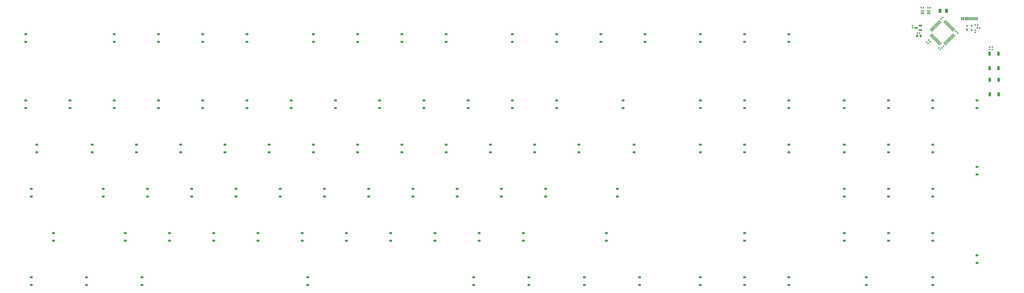
<source format=gbr>
%TF.GenerationSoftware,KiCad,Pcbnew,9.0.2*%
%TF.CreationDate,2025-06-28T16:46:27+02:00*%
%TF.ProjectId,modern-keyboard-template,6d6f6465-726e-42d6-9b65-79626f617264,rev?*%
%TF.SameCoordinates,Original*%
%TF.FileFunction,Paste,Bot*%
%TF.FilePolarity,Positive*%
%FSLAX46Y46*%
G04 Gerber Fmt 4.6, Leading zero omitted, Abs format (unit mm)*
G04 Created by KiCad (PCBNEW 9.0.2) date 2025-06-28 16:46:27*
%MOMM*%
%LPD*%
G01*
G04 APERTURE LIST*
G04 Aperture macros list*
%AMRoundRect*
0 Rectangle with rounded corners*
0 $1 Rounding radius*
0 $2 $3 $4 $5 $6 $7 $8 $9 X,Y pos of 4 corners*
0 Add a 4 corners polygon primitive as box body*
4,1,4,$2,$3,$4,$5,$6,$7,$8,$9,$2,$3,0*
0 Add four circle primitives for the rounded corners*
1,1,$1+$1,$2,$3*
1,1,$1+$1,$4,$5*
1,1,$1+$1,$6,$7*
1,1,$1+$1,$8,$9*
0 Add four rect primitives between the rounded corners*
20,1,$1+$1,$2,$3,$4,$5,0*
20,1,$1+$1,$4,$5,$6,$7,0*
20,1,$1+$1,$6,$7,$8,$9,0*
20,1,$1+$1,$8,$9,$2,$3,0*%
G04 Aperture macros list end*
%ADD10RoundRect,0.140000X-0.219203X-0.021213X-0.021213X-0.219203X0.219203X0.021213X0.021213X0.219203X0*%
%ADD11RoundRect,0.140000X-0.021213X0.219203X-0.219203X0.021213X0.021213X-0.219203X0.219203X-0.021213X0*%
%ADD12RoundRect,0.075000X-0.415425X-0.521491X0.521491X0.415425X0.415425X0.521491X-0.521491X-0.415425X0*%
%ADD13RoundRect,0.075000X0.415425X-0.521491X0.521491X-0.415425X-0.415425X0.521491X-0.521491X0.415425X0*%
%ADD14RoundRect,0.140000X-0.170000X0.140000X-0.170000X-0.140000X0.170000X-0.140000X0.170000X0.140000X0*%
%ADD15RoundRect,0.150000X0.587500X0.150000X-0.587500X0.150000X-0.587500X-0.150000X0.587500X-0.150000X0*%
%ADD16RoundRect,0.140000X0.219203X0.021213X0.021213X0.219203X-0.219203X-0.021213X-0.021213X-0.219203X0*%
%ADD17R,1.000000X1.700000*%
%ADD18RoundRect,0.140000X0.170000X-0.140000X0.170000X0.140000X-0.170000X0.140000X-0.170000X-0.140000X0*%
%ADD19RoundRect,0.135000X-0.185000X0.135000X-0.185000X-0.135000X0.185000X-0.135000X0.185000X0.135000X0*%
%ADD20R,0.600000X1.450000*%
%ADD21R,0.300000X1.450000*%
%ADD22RoundRect,0.140000X-0.140000X-0.170000X0.140000X-0.170000X0.140000X0.170000X-0.140000X0.170000X0*%
%ADD23RoundRect,0.250000X0.375000X0.625000X-0.375000X0.625000X-0.375000X-0.625000X0.375000X-0.625000X0*%
%ADD24RoundRect,0.140000X0.140000X0.170000X-0.140000X0.170000X-0.140000X-0.170000X0.140000X-0.170000X0*%
%ADD25RoundRect,0.135000X-0.135000X-0.185000X0.135000X-0.185000X0.135000X0.185000X-0.135000X0.185000X0*%
%ADD26RoundRect,0.140000X0.021213X-0.219203X0.219203X-0.021213X-0.021213X0.219203X-0.219203X0.021213X0*%
%ADD27RoundRect,0.175000X-0.175000X-0.325000X0.175000X-0.325000X0.175000X0.325000X-0.175000X0.325000X0*%
%ADD28RoundRect,0.150000X-0.200000X-0.150000X0.200000X-0.150000X0.200000X0.150000X-0.200000X0.150000X0*%
%ADD29RoundRect,0.100000X0.650000X0.100000X-0.650000X0.100000X-0.650000X-0.100000X0.650000X-0.100000X0*%
%ADD30RoundRect,0.135000X0.135000X0.185000X-0.135000X0.185000X-0.135000X-0.185000X0.135000X-0.185000X0*%
%ADD31RoundRect,0.225000X0.225000X0.250000X-0.225000X0.250000X-0.225000X-0.250000X0.225000X-0.250000X0*%
%ADD32RoundRect,0.135000X0.185000X-0.135000X0.185000X0.135000X-0.185000X0.135000X-0.185000X-0.135000X0*%
%ADD33RoundRect,0.225000X0.375000X-0.225000X0.375000X0.225000X-0.375000X0.225000X-0.375000X-0.225000X0*%
G04 APERTURE END LIST*
D10*
%TO.C,C6*%
X436343152Y-45408370D03*
X437021974Y-46087192D03*
%TD*%
D11*
%TO.C,C5*%
X438436188Y-44701264D03*
X437757366Y-45380086D03*
%TD*%
D12*
%TO.C,U1*%
X436921212Y-43741366D03*
X436567658Y-43387812D03*
X436214105Y-43034259D03*
X435860551Y-42680705D03*
X435506998Y-42327152D03*
X435153445Y-41973599D03*
X434799891Y-41620045D03*
X434446338Y-41266492D03*
X434092785Y-40912939D03*
X433739231Y-40559385D03*
X433385678Y-40205832D03*
X433032124Y-39852278D03*
D13*
X433032124Y-37854702D03*
X433385678Y-37501148D03*
X433739231Y-37147595D03*
X434092785Y-36794041D03*
X434446338Y-36440488D03*
X434799891Y-36086935D03*
X435153445Y-35733381D03*
X435506998Y-35379828D03*
X435860551Y-35026275D03*
X436214105Y-34672721D03*
X436567658Y-34319168D03*
X436921212Y-33965614D03*
D12*
X438918788Y-33965614D03*
X439272342Y-34319168D03*
X439625895Y-34672721D03*
X439979449Y-35026275D03*
X440333002Y-35379828D03*
X440686555Y-35733381D03*
X441040109Y-36086935D03*
X441393662Y-36440488D03*
X441747215Y-36794041D03*
X442100769Y-37147595D03*
X442454322Y-37501148D03*
X442807876Y-37854702D03*
D13*
X442807876Y-39852278D03*
X442454322Y-40205832D03*
X442100769Y-40559385D03*
X441747215Y-40912939D03*
X441393662Y-41266492D03*
X441040109Y-41620045D03*
X440686555Y-41973599D03*
X440333002Y-42327152D03*
X439979449Y-42680705D03*
X439625895Y-43034259D03*
X439272342Y-43387812D03*
X438918788Y-43741366D03*
%TD*%
D14*
%TO.C,C8*%
X452020000Y-37780000D03*
X452020000Y-38740000D03*
%TD*%
D15*
%TO.C,U3*%
X428408395Y-35805221D03*
X428408395Y-37705221D03*
X426533395Y-36755221D03*
%TD*%
D16*
%TO.C,C1*%
X431718673Y-43593336D03*
X431039851Y-42914514D03*
%TD*%
D17*
%TO.C,BOOT1*%
X461980000Y-54180000D03*
X461980000Y-47880000D03*
X458180000Y-54180000D03*
X458180000Y-47880000D03*
%TD*%
D18*
%TO.C,C9*%
X424975895Y-36752721D03*
X424975895Y-35792721D03*
%TD*%
D17*
%TO.C,RST1*%
X458260000Y-59140000D03*
X458260000Y-65440000D03*
X462060000Y-59140000D03*
X462060000Y-65440000D03*
%TD*%
D19*
%TO.C,R4*%
X459370000Y-45050000D03*
X459370000Y-46070000D03*
%TD*%
D20*
%TO.C,J1*%
X446260000Y-32855000D03*
X447060000Y-32855000D03*
D21*
X447760000Y-32855000D03*
X448760000Y-32855000D03*
X450260000Y-32855000D03*
X451260000Y-32855000D03*
D20*
X451960000Y-32855000D03*
X452760000Y-32855000D03*
X452760000Y-32855000D03*
X451960000Y-32855000D03*
D21*
X450760000Y-32855000D03*
X449760000Y-32855000D03*
X449260000Y-32855000D03*
X448260000Y-32855000D03*
D20*
X447060000Y-32855000D03*
X446260000Y-32855000D03*
%TD*%
D22*
%TO.C,C43*%
X431710000Y-28050000D03*
X432670000Y-28050000D03*
%TD*%
D23*
%TO.C,F1*%
X439700000Y-29390000D03*
X436900000Y-29390000D03*
%TD*%
D24*
%TO.C,C10*%
X428070000Y-39030000D03*
X427110000Y-39030000D03*
%TD*%
D25*
%TO.C,R2*%
X452000000Y-35567500D03*
X453020000Y-35567500D03*
%TD*%
D26*
%TO.C,C4*%
X437403812Y-33005717D03*
X438082634Y-32326895D03*
%TD*%
D27*
%TO.C,U2*%
X448510000Y-37567500D03*
D28*
X448510000Y-35867500D03*
X450510000Y-35867500D03*
X450510000Y-37767500D03*
%TD*%
D10*
%TO.C,C3*%
X443767773Y-38337303D03*
X444446595Y-39016125D03*
%TD*%
D29*
%TO.C,U5*%
X431998628Y-29440000D03*
X431998628Y-30090000D03*
X431998628Y-30740000D03*
X429338628Y-30740000D03*
X429338628Y-30090000D03*
X429338628Y-29440000D03*
%TD*%
D30*
%TO.C,R1*%
X453980000Y-36797500D03*
X452960000Y-36797500D03*
%TD*%
D10*
%TO.C,C7*%
X431923735Y-42030630D03*
X432602557Y-42709452D03*
%TD*%
D31*
%TO.C,C2*%
X428495895Y-40292721D03*
X426945895Y-40292721D03*
%TD*%
D22*
%TO.C,C44*%
X428718628Y-28060000D03*
X429678628Y-28060000D03*
%TD*%
D32*
%TO.C,R3*%
X458170000Y-46120000D03*
X458170000Y-45100000D03*
%TD*%
D33*
%TO.C,D37*%
X452755000Y-68055000D03*
X452755000Y-71355000D03*
%TD*%
%TO.C,D105*%
X433705000Y-147555000D03*
X433705000Y-144255000D03*
%TD*%
%TO.C,D104*%
X405130000Y-147555000D03*
X405130000Y-144255000D03*
%TD*%
%TO.C,D103*%
X371792500Y-147555000D03*
X371792500Y-144255000D03*
%TD*%
%TO.C,D101*%
X352742500Y-147555000D03*
X352742500Y-144255000D03*
%TD*%
%TO.C,D100*%
X333692500Y-147555000D03*
X333692500Y-144255000D03*
%TD*%
%TO.C,D99*%
X307498750Y-147555000D03*
X307498750Y-144255000D03*
%TD*%
%TO.C,D98*%
X283686250Y-147555000D03*
X283686250Y-144255000D03*
%TD*%
%TO.C,D97*%
X259873750Y-147555000D03*
X259873750Y-144255000D03*
%TD*%
%TO.C,D96*%
X236061250Y-147555000D03*
X236061250Y-144255000D03*
%TD*%
%TO.C,D95*%
X164623750Y-147555000D03*
X164623750Y-144255000D03*
%TD*%
%TO.C,D94*%
X93186250Y-147555000D03*
X93186250Y-144255000D03*
%TD*%
%TO.C,D93*%
X69373750Y-147555000D03*
X69373750Y-144255000D03*
%TD*%
%TO.C,D92*%
X45561250Y-147555000D03*
X45561250Y-144255000D03*
%TD*%
%TO.C,D91*%
X452755000Y-138030000D03*
X452755000Y-134730000D03*
%TD*%
%TO.C,D90*%
X433705000Y-128505000D03*
X433705000Y-125205000D03*
%TD*%
%TO.C,D89*%
X414655000Y-128505000D03*
X414655000Y-125205000D03*
%TD*%
%TO.C,D88*%
X395605000Y-128505000D03*
X395605000Y-125205000D03*
%TD*%
%TO.C,D87*%
X352742500Y-128505000D03*
X352742500Y-125205000D03*
%TD*%
%TO.C,D86*%
X293211250Y-128505000D03*
X293211250Y-125205000D03*
%TD*%
%TO.C,D85*%
X257492500Y-128505000D03*
X257492500Y-125205000D03*
%TD*%
%TO.C,D84*%
X238442500Y-128505000D03*
X238442500Y-125205000D03*
%TD*%
%TO.C,D83*%
X219392500Y-128505000D03*
X219392500Y-125205000D03*
%TD*%
%TO.C,D82*%
X200342500Y-128505000D03*
X200342500Y-125205000D03*
%TD*%
%TO.C,D81*%
X181292500Y-128505000D03*
X181292500Y-125205000D03*
%TD*%
%TO.C,D80*%
X162242500Y-128505000D03*
X162242500Y-125205000D03*
%TD*%
%TO.C,D79*%
X143192500Y-128505000D03*
X143192500Y-125205000D03*
%TD*%
%TO.C,D78*%
X124142500Y-128505000D03*
X124142500Y-125205000D03*
%TD*%
%TO.C,D77*%
X105092500Y-128505000D03*
X105092500Y-125205000D03*
%TD*%
%TO.C,D76*%
X86042500Y-128505000D03*
X86042500Y-125205000D03*
%TD*%
%TO.C,D75*%
X55086250Y-128505000D03*
X55086250Y-125205000D03*
%TD*%
%TO.C,D74*%
X433705000Y-109455000D03*
X433705000Y-106155000D03*
%TD*%
%TO.C,D73*%
X414655000Y-109455000D03*
X414655000Y-106155000D03*
%TD*%
%TO.C,D72*%
X395605000Y-109455000D03*
X395605000Y-106155000D03*
%TD*%
%TO.C,D71*%
X297973750Y-109455000D03*
X297973750Y-106155000D03*
%TD*%
%TO.C,D70*%
X267017500Y-109455000D03*
X267017500Y-106155000D03*
%TD*%
%TO.C,D69*%
X247967500Y-109455000D03*
X247967500Y-106155000D03*
%TD*%
%TO.C,D68*%
X228917500Y-109455000D03*
X228917500Y-106155000D03*
%TD*%
%TO.C,D67*%
X209867500Y-109455000D03*
X209867500Y-106155000D03*
%TD*%
%TO.C,D66*%
X190817500Y-109455000D03*
X190817500Y-106155000D03*
%TD*%
%TO.C,D65*%
X171767500Y-109455000D03*
X171767500Y-106155000D03*
%TD*%
%TO.C,D64*%
X152717500Y-109455000D03*
X152717500Y-106155000D03*
%TD*%
%TO.C,D63*%
X133667500Y-109455000D03*
X133667500Y-106155000D03*
%TD*%
%TO.C,D62*%
X114617500Y-109455000D03*
X114617500Y-106155000D03*
%TD*%
%TO.C,D61*%
X95567500Y-109455000D03*
X95567500Y-106155000D03*
%TD*%
%TO.C,D60*%
X76517500Y-109455000D03*
X76517500Y-106155000D03*
%TD*%
%TO.C,D59*%
X45561250Y-109455000D03*
X45561250Y-106155000D03*
%TD*%
%TO.C,D58*%
X452755000Y-99930000D03*
X452755000Y-96630000D03*
%TD*%
%TO.C,D57*%
X433705000Y-90405000D03*
X433705000Y-87105000D03*
%TD*%
%TO.C,D56*%
X414655000Y-90405000D03*
X414655000Y-87105000D03*
%TD*%
%TO.C,D55*%
X395605000Y-90405000D03*
X395605000Y-87105000D03*
%TD*%
%TO.C,D54*%
X371792500Y-90405000D03*
X371792500Y-87105000D03*
%TD*%
%TO.C,D53*%
X352742500Y-90405000D03*
X352742500Y-87105000D03*
%TD*%
%TO.C,D52*%
X333692500Y-90405000D03*
X333692500Y-87105000D03*
%TD*%
%TO.C,D51*%
X305117500Y-90405000D03*
X305117500Y-87105000D03*
%TD*%
%TO.C,D50*%
X281305000Y-90405000D03*
X281305000Y-87105000D03*
%TD*%
%TO.C,D49*%
X262255000Y-90405000D03*
X262255000Y-87105000D03*
%TD*%
%TO.C,D48*%
X243205000Y-90405000D03*
X243205000Y-87105000D03*
%TD*%
%TO.C,D47*%
X224155000Y-90405000D03*
X224155000Y-87105000D03*
%TD*%
%TO.C,D46*%
X205105000Y-90405000D03*
X205105000Y-87105000D03*
%TD*%
%TO.C,D45*%
X186055000Y-90405000D03*
X186055000Y-87105000D03*
%TD*%
%TO.C,D44*%
X167005000Y-90405000D03*
X167005000Y-87105000D03*
%TD*%
%TO.C,D43*%
X147955000Y-90405000D03*
X147955000Y-87105000D03*
%TD*%
%TO.C,D42*%
X128905000Y-90405000D03*
X128905000Y-87105000D03*
%TD*%
%TO.C,D41*%
X109855000Y-90405000D03*
X109855000Y-87105000D03*
%TD*%
%TO.C,D40*%
X90805000Y-90405000D03*
X90805000Y-87105000D03*
%TD*%
%TO.C,D39*%
X71755000Y-90405000D03*
X71755000Y-87105000D03*
%TD*%
%TO.C,D38*%
X47942500Y-90405000D03*
X47942500Y-87105000D03*
%TD*%
%TO.C,D36*%
X433705000Y-71355000D03*
X433705000Y-68055000D03*
%TD*%
%TO.C,D35*%
X414655000Y-71355000D03*
X414655000Y-68055000D03*
%TD*%
%TO.C,D34*%
X395605000Y-71355000D03*
X395605000Y-68055000D03*
%TD*%
%TO.C,D33*%
X371792500Y-71355000D03*
X371792500Y-68055000D03*
%TD*%
%TO.C,D32*%
X352742500Y-71355000D03*
X352742500Y-68055000D03*
%TD*%
%TO.C,D31*%
X333692500Y-71355000D03*
X333692500Y-68055000D03*
%TD*%
%TO.C,D30*%
X300355000Y-71355000D03*
X300355000Y-68055000D03*
%TD*%
%TO.C,D29*%
X271780000Y-71355000D03*
X271780000Y-68055000D03*
%TD*%
%TO.C,D28*%
X252730000Y-71355000D03*
X252730000Y-68055000D03*
%TD*%
%TO.C,D27*%
X233680000Y-71355000D03*
X233680000Y-68055000D03*
%TD*%
%TO.C,D26*%
X214630000Y-71355000D03*
X214630000Y-68055000D03*
%TD*%
%TO.C,D25*%
X195580000Y-71355000D03*
X195580000Y-68055000D03*
%TD*%
%TO.C,D24*%
X176530000Y-71355000D03*
X176530000Y-68055000D03*
%TD*%
%TO.C,D23*%
X157480000Y-71355000D03*
X157480000Y-68055000D03*
%TD*%
%TO.C,D22*%
X138430000Y-71355000D03*
X138430000Y-68055000D03*
%TD*%
%TO.C,D21*%
X119380000Y-71355000D03*
X119380000Y-68055000D03*
%TD*%
%TO.C,D20*%
X100330000Y-71355000D03*
X100330000Y-68055000D03*
%TD*%
%TO.C,D19*%
X81280000Y-71355000D03*
X81280000Y-68055000D03*
%TD*%
%TO.C,D18*%
X62230000Y-71355000D03*
X62230000Y-68055000D03*
%TD*%
%TO.C,D17*%
X43180000Y-71355000D03*
X43180000Y-68055000D03*
%TD*%
%TO.C,D16*%
X371792500Y-42780000D03*
X371792500Y-39480000D03*
%TD*%
%TO.C,D15*%
X352742500Y-42780000D03*
X352742500Y-39480000D03*
%TD*%
%TO.C,D14*%
X333692500Y-42780000D03*
X333692500Y-39480000D03*
%TD*%
%TO.C,D13*%
X309880000Y-42780000D03*
X309880000Y-39480000D03*
%TD*%
%TO.C,D12*%
X290830000Y-42780000D03*
X290830000Y-39480000D03*
%TD*%
%TO.C,D11*%
X271780000Y-42780000D03*
X271780000Y-39480000D03*
%TD*%
%TO.C,D10*%
X252730000Y-42780000D03*
X252730000Y-39480000D03*
%TD*%
%TO.C,D9*%
X224155000Y-42780000D03*
X224155000Y-39480000D03*
%TD*%
%TO.C,D8*%
X205105000Y-42780000D03*
X205105000Y-39480000D03*
%TD*%
%TO.C,D7*%
X186055000Y-42780000D03*
X186055000Y-39480000D03*
%TD*%
%TO.C,D6*%
X167005000Y-42780000D03*
X167005000Y-39480000D03*
%TD*%
%TO.C,D5*%
X138430000Y-42780000D03*
X138430000Y-39480000D03*
%TD*%
%TO.C,D4*%
X119380000Y-42780000D03*
X119380000Y-39480000D03*
%TD*%
%TO.C,D3*%
X100330000Y-42780000D03*
X100330000Y-39480000D03*
%TD*%
%TO.C,D2*%
X81280000Y-42780000D03*
X81280000Y-39480000D03*
%TD*%
%TO.C,D1*%
X43180000Y-42780000D03*
X43180000Y-39480000D03*
%TD*%
M02*

</source>
